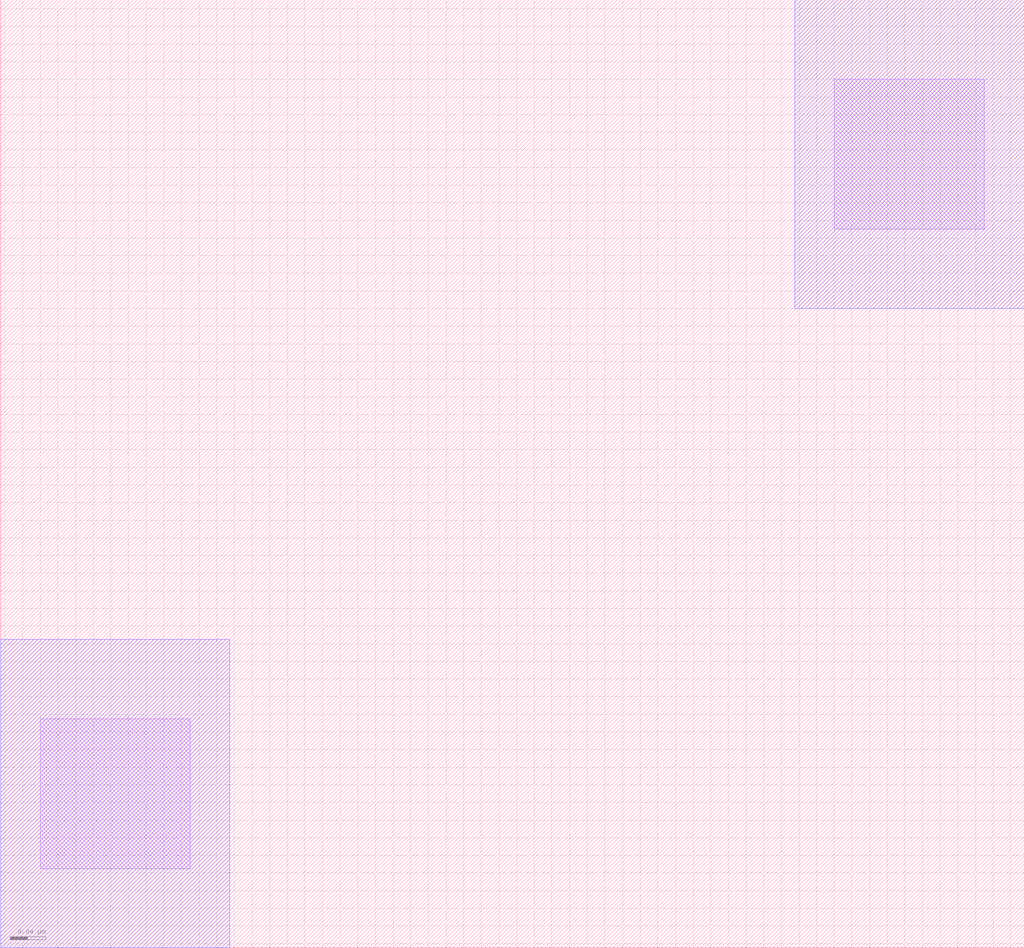
<source format=lef>
# Copyright 2020 The SkyWater PDK Authors
#
# Licensed under the Apache License, Version 2.0 (the "License");
# you may not use this file except in compliance with the License.
# You may obtain a copy of the License at
#
#     https://www.apache.org/licenses/LICENSE-2.0
#
# Unless required by applicable law or agreed to in writing, software
# distributed under the License is distributed on an "AS IS" BASIS,
# WITHOUT WARRANTIES OR CONDITIONS OF ANY KIND, either express or implied.
# See the License for the specific language governing permissions and
# limitations under the License.
#
# SPDX-License-Identifier: Apache-2.0

VERSION 5.7 ;
  NOWIREEXTENSIONATPIN ON ;
  DIVIDERCHAR "/" ;
  BUSBITCHARS "[]" ;
MACRO sky130_fd_bd_sram__sram_dp_blkinv_mcon
  CLASS BLOCK ;
  FOREIGN sky130_fd_bd_sram__sram_dp_blkinv_mcon ;
  ORIGIN  0.045000  0.045000 ;
  SIZE  1.160000 BY  1.075000 ;
  OBS
    LAYER li1 ;
      RECT 0.000000 0.045000 0.170000 0.215000 ;
      RECT 0.900000 0.770000 1.070000 0.940000 ;
    LAYER met1 ;
      RECT -0.045000 -0.045000 0.215000 0.305000 ;
      RECT  0.855000  0.680000 1.115000 1.030000 ;
  END
END sky130_fd_bd_sram__sram_dp_blkinv_mcon
END LIBRARY

</source>
